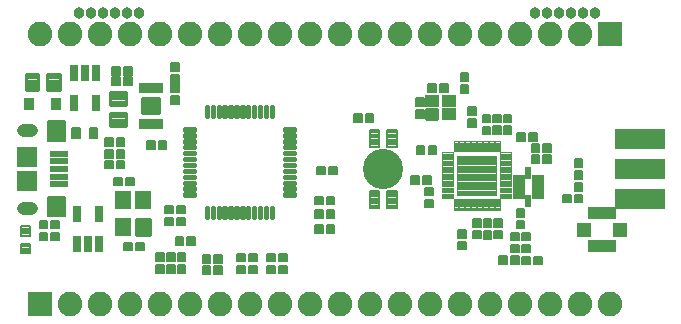
<source format=gts>
G75*
%MOIN*%
%OFA0B0*%
%FSLAX24Y24*%
%IPPOS*%
%LPD*%
%AMOC8*
5,1,8,0,0,1.08239X$1,22.5*
%
%ADD10C,0.0380*%
%ADD11C,0.0063*%
%ADD12R,0.0454X0.0415*%
%ADD13C,0.0124*%
%ADD14C,0.0038*%
%ADD15C,0.0039*%
%ADD16C,0.0134*%
%ADD17R,0.0550X0.0630*%
%ADD18C,0.0165*%
%ADD19R,0.0297X0.0552*%
%ADD20R,0.0328X0.0407*%
%ADD21C,0.0107*%
%ADD22R,0.0395X0.0198*%
%ADD23R,0.0198X0.0395*%
%ADD24C,0.0079*%
%ADD25R,0.0820X0.0820*%
%ADD26C,0.0820*%
%ADD27R,0.0946X0.0415*%
%ADD28R,0.0493X0.0474*%
%ADD29C,0.1340*%
%ADD30C,0.0123*%
%ADD31R,0.0198X0.0375*%
%ADD32R,0.0611X0.0237*%
%ADD33R,0.0690X0.0671*%
%ADD34C,0.0434*%
%ADD35C,0.0063*%
%ADD36R,0.1680X0.0680*%
D10*
X011245Y013215D03*
X011645Y013215D03*
X012045Y013215D03*
X012445Y013215D03*
X012845Y013215D03*
X013245Y013215D03*
X026445Y013215D03*
X026845Y013215D03*
X027245Y013215D03*
X027645Y013215D03*
X028045Y013215D03*
X028445Y013215D03*
D11*
X024232Y011209D02*
X024232Y010955D01*
X023978Y010955D01*
X023978Y011209D01*
X024232Y011209D01*
X024232Y011017D02*
X023978Y011017D01*
X023978Y011079D02*
X024232Y011079D01*
X024232Y011141D02*
X023978Y011141D01*
X023978Y011203D02*
X024232Y011203D01*
X024232Y010815D02*
X024232Y010561D01*
X023978Y010561D01*
X023978Y010815D01*
X024232Y010815D01*
X024232Y010623D02*
X023978Y010623D01*
X023978Y010685D02*
X024232Y010685D01*
X024232Y010747D02*
X023978Y010747D01*
X023978Y010809D02*
X024232Y010809D01*
X023539Y010832D02*
X023285Y010832D01*
X023539Y010832D02*
X023539Y010578D01*
X023285Y010578D01*
X023285Y010832D01*
X023285Y010640D02*
X023539Y010640D01*
X023539Y010702D02*
X023285Y010702D01*
X023285Y010764D02*
X023539Y010764D01*
X023539Y010826D02*
X023285Y010826D01*
X023145Y010832D02*
X022891Y010832D01*
X023145Y010832D02*
X023145Y010578D01*
X022891Y010578D01*
X022891Y010832D01*
X022891Y010640D02*
X023145Y010640D01*
X023145Y010702D02*
X022891Y010702D01*
X022891Y010764D02*
X023145Y010764D01*
X023145Y010826D02*
X022891Y010826D01*
X022752Y010369D02*
X022752Y010115D01*
X022498Y010115D01*
X022498Y010369D01*
X022752Y010369D01*
X022752Y010177D02*
X022498Y010177D01*
X022498Y010239D02*
X022752Y010239D01*
X022752Y010301D02*
X022498Y010301D01*
X022498Y010363D02*
X022752Y010363D01*
X022752Y009975D02*
X022752Y009721D01*
X022498Y009721D01*
X022498Y009975D01*
X022752Y009975D01*
X022752Y009783D02*
X022498Y009783D01*
X022498Y009845D02*
X022752Y009845D01*
X022752Y009907D02*
X022498Y009907D01*
X022498Y009969D02*
X022752Y009969D01*
X024482Y010069D02*
X024482Y009815D01*
X024228Y009815D01*
X024228Y010069D01*
X024482Y010069D01*
X024482Y009877D02*
X024228Y009877D01*
X024228Y009939D02*
X024482Y009939D01*
X024482Y010001D02*
X024228Y010001D01*
X024228Y010063D02*
X024482Y010063D01*
X024962Y009819D02*
X024962Y009565D01*
X024708Y009565D01*
X024708Y009819D01*
X024962Y009819D01*
X024962Y009627D02*
X024708Y009627D01*
X024708Y009689D02*
X024962Y009689D01*
X024962Y009751D02*
X024708Y009751D01*
X024708Y009813D02*
X024962Y009813D01*
X025322Y009829D02*
X025322Y009575D01*
X025068Y009575D01*
X025068Y009829D01*
X025322Y009829D01*
X025322Y009637D02*
X025068Y009637D01*
X025068Y009699D02*
X025322Y009699D01*
X025322Y009761D02*
X025068Y009761D01*
X025068Y009823D02*
X025322Y009823D01*
X025662Y009829D02*
X025662Y009575D01*
X025408Y009575D01*
X025408Y009829D01*
X025662Y009829D01*
X025662Y009637D02*
X025408Y009637D01*
X025408Y009699D02*
X025662Y009699D01*
X025662Y009761D02*
X025408Y009761D01*
X025408Y009823D02*
X025662Y009823D01*
X025662Y009435D02*
X025662Y009181D01*
X025408Y009181D01*
X025408Y009435D01*
X025662Y009435D01*
X025662Y009243D02*
X025408Y009243D01*
X025408Y009305D02*
X025662Y009305D01*
X025662Y009367D02*
X025408Y009367D01*
X025408Y009429D02*
X025662Y009429D01*
X025322Y009435D02*
X025322Y009181D01*
X025068Y009181D01*
X025068Y009435D01*
X025322Y009435D01*
X025322Y009243D02*
X025068Y009243D01*
X025068Y009305D02*
X025322Y009305D01*
X025322Y009367D02*
X025068Y009367D01*
X025068Y009429D02*
X025322Y009429D01*
X024962Y009425D02*
X024962Y009171D01*
X024708Y009171D01*
X024708Y009425D01*
X024962Y009425D01*
X024962Y009233D02*
X024708Y009233D01*
X024708Y009295D02*
X024962Y009295D01*
X024962Y009357D02*
X024708Y009357D01*
X024708Y009419D02*
X024962Y009419D01*
X024482Y009421D02*
X024482Y009675D01*
X024482Y009421D02*
X024228Y009421D01*
X024228Y009675D01*
X024482Y009675D01*
X024482Y009483D02*
X024228Y009483D01*
X024228Y009545D02*
X024482Y009545D01*
X024482Y009607D02*
X024228Y009607D01*
X024228Y009669D02*
X024482Y009669D01*
X025861Y008948D02*
X026115Y008948D01*
X025861Y008948D02*
X025861Y009202D01*
X026115Y009202D01*
X026115Y008948D01*
X026115Y009010D02*
X025861Y009010D01*
X025861Y009072D02*
X026115Y009072D01*
X026115Y009134D02*
X025861Y009134D01*
X025861Y009196D02*
X026115Y009196D01*
X026255Y008948D02*
X026509Y008948D01*
X026255Y008948D02*
X026255Y009202D01*
X026509Y009202D01*
X026509Y008948D01*
X026509Y009010D02*
X026255Y009010D01*
X026255Y009072D02*
X026509Y009072D01*
X026509Y009134D02*
X026255Y009134D01*
X026255Y009196D02*
X026509Y009196D01*
X026595Y008588D02*
X026341Y008588D01*
X026341Y008842D01*
X026595Y008842D01*
X026595Y008588D01*
X026595Y008650D02*
X026341Y008650D01*
X026341Y008712D02*
X026595Y008712D01*
X026595Y008774D02*
X026341Y008774D01*
X026341Y008836D02*
X026595Y008836D01*
X026735Y008588D02*
X026989Y008588D01*
X026735Y008588D02*
X026735Y008842D01*
X026989Y008842D01*
X026989Y008588D01*
X026989Y008650D02*
X026735Y008650D01*
X026735Y008712D02*
X026989Y008712D01*
X026989Y008774D02*
X026735Y008774D01*
X026735Y008836D02*
X026989Y008836D01*
X026989Y008218D02*
X026735Y008218D01*
X026735Y008472D01*
X026989Y008472D01*
X026989Y008218D01*
X026989Y008280D02*
X026735Y008280D01*
X026735Y008342D02*
X026989Y008342D01*
X026989Y008404D02*
X026735Y008404D01*
X026735Y008466D02*
X026989Y008466D01*
X026595Y008218D02*
X026341Y008218D01*
X026341Y008472D01*
X026595Y008472D01*
X026595Y008218D01*
X026595Y008280D02*
X026341Y008280D01*
X026341Y008342D02*
X026595Y008342D01*
X026595Y008404D02*
X026341Y008404D01*
X026341Y008466D02*
X026595Y008466D01*
X027779Y008333D02*
X027779Y008079D01*
X027779Y008333D02*
X028033Y008333D01*
X028033Y008079D01*
X027779Y008079D01*
X027779Y008141D02*
X028033Y008141D01*
X028033Y008203D02*
X027779Y008203D01*
X027779Y008265D02*
X028033Y008265D01*
X028033Y008327D02*
X027779Y008327D01*
X027779Y007939D02*
X027779Y007685D01*
X027779Y007939D02*
X028033Y007939D01*
X028033Y007685D01*
X027779Y007685D01*
X027779Y007747D02*
X028033Y007747D01*
X028033Y007809D02*
X027779Y007809D01*
X027779Y007871D02*
X028033Y007871D01*
X028033Y007933D02*
X027779Y007933D01*
X028032Y007933D02*
X028032Y007679D01*
X027778Y007679D01*
X027778Y007933D01*
X028032Y007933D01*
X028032Y007741D02*
X027778Y007741D01*
X027778Y007803D02*
X028032Y007803D01*
X028032Y007865D02*
X027778Y007865D01*
X027778Y007927D02*
X028032Y007927D01*
X027778Y007546D02*
X027778Y007292D01*
X027778Y007546D02*
X028032Y007546D01*
X028032Y007292D01*
X027778Y007292D01*
X027778Y007354D02*
X028032Y007354D01*
X028032Y007416D02*
X027778Y007416D01*
X027778Y007478D02*
X028032Y007478D01*
X028032Y007540D02*
X027778Y007540D01*
X028032Y007540D02*
X028032Y007286D01*
X027778Y007286D01*
X027778Y007540D01*
X028032Y007540D01*
X028032Y007348D02*
X027778Y007348D01*
X027778Y007410D02*
X028032Y007410D01*
X028032Y007472D02*
X027778Y007472D01*
X027778Y007534D02*
X028032Y007534D01*
X027778Y007152D02*
X027778Y006898D01*
X027778Y007152D02*
X028032Y007152D01*
X028032Y006898D01*
X027778Y006898D01*
X027778Y006960D02*
X028032Y006960D01*
X028032Y007022D02*
X027778Y007022D01*
X027778Y007084D02*
X028032Y007084D01*
X028032Y007146D02*
X027778Y007146D01*
X027777Y006898D02*
X028031Y006898D01*
X027777Y006898D02*
X027777Y007152D01*
X028031Y007152D01*
X028031Y006898D01*
X028031Y006960D02*
X027777Y006960D01*
X027777Y007022D02*
X028031Y007022D01*
X028031Y007084D02*
X027777Y007084D01*
X027777Y007146D02*
X028031Y007146D01*
X027637Y006898D02*
X027383Y006898D01*
X027383Y007152D01*
X027637Y007152D01*
X027637Y006898D01*
X027637Y006960D02*
X027383Y006960D01*
X027383Y007022D02*
X027637Y007022D01*
X027637Y007084D02*
X027383Y007084D01*
X027383Y007146D02*
X027637Y007146D01*
X025848Y006679D02*
X025848Y006425D01*
X025848Y006679D02*
X026102Y006679D01*
X026102Y006425D01*
X025848Y006425D01*
X025848Y006487D02*
X026102Y006487D01*
X026102Y006549D02*
X025848Y006549D01*
X025848Y006611D02*
X026102Y006611D01*
X026102Y006673D02*
X025848Y006673D01*
X025098Y006349D02*
X025098Y006095D01*
X025098Y006349D02*
X025352Y006349D01*
X025352Y006095D01*
X025098Y006095D01*
X025098Y006157D02*
X025352Y006157D01*
X025352Y006219D02*
X025098Y006219D01*
X025098Y006281D02*
X025352Y006281D01*
X025352Y006343D02*
X025098Y006343D01*
X024992Y006339D02*
X024992Y006085D01*
X024738Y006085D01*
X024738Y006339D01*
X024992Y006339D01*
X024992Y006147D02*
X024738Y006147D01*
X024738Y006209D02*
X024992Y006209D01*
X024992Y006271D02*
X024738Y006271D01*
X024738Y006333D02*
X024992Y006333D01*
X024398Y006349D02*
X024398Y006095D01*
X024398Y006349D02*
X024652Y006349D01*
X024652Y006095D01*
X024398Y006095D01*
X024398Y006157D02*
X024652Y006157D01*
X024652Y006219D02*
X024398Y006219D01*
X024398Y006281D02*
X024652Y006281D01*
X024652Y006343D02*
X024398Y006343D01*
X024398Y005955D02*
X024398Y005701D01*
X024398Y005955D02*
X024652Y005955D01*
X024652Y005701D01*
X024398Y005701D01*
X024398Y005763D02*
X024652Y005763D01*
X024652Y005825D02*
X024398Y005825D01*
X024398Y005887D02*
X024652Y005887D01*
X024652Y005949D02*
X024398Y005949D01*
X023888Y005979D02*
X023888Y005725D01*
X023888Y005979D02*
X024142Y005979D01*
X024142Y005725D01*
X023888Y005725D01*
X023888Y005787D02*
X024142Y005787D01*
X024142Y005849D02*
X023888Y005849D01*
X023888Y005911D02*
X024142Y005911D01*
X024142Y005973D02*
X023888Y005973D01*
X023888Y005585D02*
X023888Y005331D01*
X023888Y005585D02*
X024142Y005585D01*
X024142Y005331D01*
X023888Y005331D01*
X023888Y005393D02*
X024142Y005393D01*
X024142Y005455D02*
X023888Y005455D01*
X023888Y005517D02*
X024142Y005517D01*
X024142Y005579D02*
X023888Y005579D01*
X024992Y005691D02*
X024992Y005945D01*
X024992Y005691D02*
X024738Y005691D01*
X024738Y005945D01*
X024992Y005945D01*
X024992Y005753D02*
X024738Y005753D01*
X024738Y005815D02*
X024992Y005815D01*
X024992Y005877D02*
X024738Y005877D01*
X024738Y005939D02*
X024992Y005939D01*
X025098Y005955D02*
X025098Y005701D01*
X025098Y005955D02*
X025352Y005955D01*
X025352Y005701D01*
X025098Y005701D01*
X025098Y005763D02*
X025352Y005763D01*
X025352Y005825D02*
X025098Y005825D01*
X025098Y005887D02*
X025352Y005887D01*
X025352Y005949D02*
X025098Y005949D01*
X025912Y005889D02*
X025912Y005635D01*
X025658Y005635D01*
X025658Y005889D01*
X025912Y005889D01*
X025912Y005697D02*
X025658Y005697D01*
X025658Y005759D02*
X025912Y005759D01*
X025912Y005821D02*
X025658Y005821D01*
X025658Y005883D02*
X025912Y005883D01*
X026018Y005889D02*
X026018Y005635D01*
X026018Y005889D02*
X026272Y005889D01*
X026272Y005635D01*
X026018Y005635D01*
X026018Y005697D02*
X026272Y005697D01*
X026272Y005759D02*
X026018Y005759D01*
X026018Y005821D02*
X026272Y005821D01*
X026272Y005883D02*
X026018Y005883D01*
X025848Y006031D02*
X025848Y006285D01*
X026102Y006285D01*
X026102Y006031D01*
X025848Y006031D01*
X025848Y006093D02*
X026102Y006093D01*
X026102Y006155D02*
X025848Y006155D01*
X025848Y006217D02*
X026102Y006217D01*
X026102Y006279D02*
X025848Y006279D01*
X025912Y005495D02*
X025912Y005241D01*
X025658Y005241D01*
X025658Y005495D01*
X025912Y005495D01*
X025912Y005303D02*
X025658Y005303D01*
X025658Y005365D02*
X025912Y005365D01*
X025912Y005427D02*
X025658Y005427D01*
X025658Y005489D02*
X025912Y005489D01*
X026018Y005495D02*
X026018Y005241D01*
X026018Y005495D02*
X026272Y005495D01*
X026272Y005241D01*
X026018Y005241D01*
X026018Y005303D02*
X026272Y005303D01*
X026272Y005365D02*
X026018Y005365D01*
X026018Y005427D02*
X026272Y005427D01*
X026272Y005489D02*
X026018Y005489D01*
X026031Y004838D02*
X026285Y004838D01*
X026031Y004838D02*
X026031Y005092D01*
X026285Y005092D01*
X026285Y004838D01*
X026285Y004900D02*
X026031Y004900D01*
X026031Y004962D02*
X026285Y004962D01*
X026285Y005024D02*
X026031Y005024D01*
X026031Y005086D02*
X026285Y005086D01*
X026425Y004838D02*
X026679Y004838D01*
X026425Y004838D02*
X026425Y005092D01*
X026679Y005092D01*
X026679Y004838D01*
X026679Y004900D02*
X026425Y004900D01*
X026425Y004962D02*
X026679Y004962D01*
X026679Y005024D02*
X026425Y005024D01*
X026425Y005086D02*
X026679Y005086D01*
X025909Y005102D02*
X025655Y005102D01*
X025909Y005102D02*
X025909Y004848D01*
X025655Y004848D01*
X025655Y005102D01*
X025655Y004910D02*
X025909Y004910D01*
X025909Y004972D02*
X025655Y004972D01*
X025655Y005034D02*
X025909Y005034D01*
X025909Y005096D02*
X025655Y005096D01*
X025515Y005102D02*
X025261Y005102D01*
X025515Y005102D02*
X025515Y004848D01*
X025261Y004848D01*
X025261Y005102D01*
X025261Y004910D02*
X025515Y004910D01*
X025515Y004972D02*
X025261Y004972D01*
X025261Y005034D02*
X025515Y005034D01*
X025515Y005096D02*
X025261Y005096D01*
X022788Y006741D02*
X022788Y006995D01*
X023042Y006995D01*
X023042Y006741D01*
X022788Y006741D01*
X022788Y006803D02*
X023042Y006803D01*
X023042Y006865D02*
X022788Y006865D01*
X022788Y006927D02*
X023042Y006927D01*
X023042Y006989D02*
X022788Y006989D01*
X022788Y007135D02*
X022788Y007389D01*
X023042Y007389D01*
X023042Y007135D01*
X022788Y007135D01*
X022788Y007197D02*
X023042Y007197D01*
X023042Y007259D02*
X022788Y007259D01*
X022788Y007321D02*
X023042Y007321D01*
X023042Y007383D02*
X022788Y007383D01*
X022725Y007773D02*
X022979Y007773D01*
X022979Y007519D01*
X022725Y007519D01*
X022725Y007773D01*
X022725Y007581D02*
X022979Y007581D01*
X022979Y007643D02*
X022725Y007643D01*
X022725Y007705D02*
X022979Y007705D01*
X022979Y007767D02*
X022725Y007767D01*
X022586Y007773D02*
X022332Y007773D01*
X022586Y007773D02*
X022586Y007519D01*
X022332Y007519D01*
X022332Y007773D01*
X022332Y007581D02*
X022586Y007581D01*
X022586Y007643D02*
X022332Y007643D01*
X022332Y007705D02*
X022586Y007705D01*
X022586Y007767D02*
X022332Y007767D01*
X022511Y008782D02*
X022765Y008782D01*
X022765Y008528D01*
X022511Y008528D01*
X022511Y008782D01*
X022511Y008590D02*
X022765Y008590D01*
X022765Y008652D02*
X022511Y008652D01*
X022511Y008714D02*
X022765Y008714D01*
X022765Y008776D02*
X022511Y008776D01*
X022905Y008782D02*
X023159Y008782D01*
X023159Y008528D01*
X022905Y008528D01*
X022905Y008782D01*
X022905Y008590D02*
X023159Y008590D01*
X023159Y008652D02*
X022905Y008652D01*
X022905Y008714D02*
X023159Y008714D01*
X023159Y008776D02*
X022905Y008776D01*
X021069Y009842D02*
X020815Y009842D01*
X021069Y009842D02*
X021069Y009588D01*
X020815Y009588D01*
X020815Y009842D01*
X020815Y009650D02*
X021069Y009650D01*
X021069Y009712D02*
X020815Y009712D01*
X020815Y009774D02*
X021069Y009774D01*
X021069Y009836D02*
X020815Y009836D01*
X020675Y009842D02*
X020421Y009842D01*
X020675Y009842D02*
X020675Y009588D01*
X020421Y009588D01*
X020421Y009842D01*
X020421Y009650D02*
X020675Y009650D01*
X020675Y009712D02*
X020421Y009712D01*
X020421Y009774D02*
X020675Y009774D01*
X020675Y009836D02*
X020421Y009836D01*
X019850Y007835D02*
X019596Y007835D01*
X019596Y008089D01*
X019850Y008089D01*
X019850Y007835D01*
X019850Y007897D02*
X019596Y007897D01*
X019596Y007959D02*
X019850Y007959D01*
X019850Y008021D02*
X019596Y008021D01*
X019596Y008083D02*
X019850Y008083D01*
X019456Y007835D02*
X019202Y007835D01*
X019202Y008089D01*
X019456Y008089D01*
X019456Y007835D01*
X019456Y007897D02*
X019202Y007897D01*
X019202Y007959D02*
X019456Y007959D01*
X019456Y008021D02*
X019202Y008021D01*
X019202Y008083D02*
X019456Y008083D01*
X019515Y007092D02*
X019769Y007092D01*
X019769Y006838D01*
X019515Y006838D01*
X019515Y007092D01*
X019515Y006900D02*
X019769Y006900D01*
X019769Y006962D02*
X019515Y006962D01*
X019515Y007024D02*
X019769Y007024D01*
X019769Y007086D02*
X019515Y007086D01*
X019375Y007092D02*
X019121Y007092D01*
X019375Y007092D02*
X019375Y006838D01*
X019121Y006838D01*
X019121Y007092D01*
X019121Y006900D02*
X019375Y006900D01*
X019375Y006962D02*
X019121Y006962D01*
X019121Y007024D02*
X019375Y007024D01*
X019375Y007086D02*
X019121Y007086D01*
X019122Y006641D02*
X019376Y006641D01*
X019376Y006387D01*
X019122Y006387D01*
X019122Y006641D01*
X019122Y006449D02*
X019376Y006449D01*
X019376Y006511D02*
X019122Y006511D01*
X019122Y006573D02*
X019376Y006573D01*
X019376Y006635D02*
X019122Y006635D01*
X019516Y006641D02*
X019770Y006641D01*
X019770Y006387D01*
X019516Y006387D01*
X019516Y006641D01*
X019516Y006449D02*
X019770Y006449D01*
X019770Y006511D02*
X019516Y006511D01*
X019516Y006573D02*
X019770Y006573D01*
X019770Y006635D02*
X019516Y006635D01*
X019515Y006142D02*
X019769Y006142D01*
X019769Y005888D01*
X019515Y005888D01*
X019515Y006142D01*
X019515Y005950D02*
X019769Y005950D01*
X019769Y006012D02*
X019515Y006012D01*
X019515Y006074D02*
X019769Y006074D01*
X019769Y006136D02*
X019515Y006136D01*
X019375Y006142D02*
X019121Y006142D01*
X019375Y006142D02*
X019375Y005888D01*
X019121Y005888D01*
X019121Y006142D01*
X019121Y005950D02*
X019375Y005950D01*
X019375Y006012D02*
X019121Y006012D01*
X019121Y006074D02*
X019375Y006074D01*
X019375Y006136D02*
X019121Y006136D01*
X017918Y005189D02*
X017918Y004935D01*
X017918Y005189D02*
X018172Y005189D01*
X018172Y004935D01*
X017918Y004935D01*
X017918Y004997D02*
X018172Y004997D01*
X018172Y005059D02*
X017918Y005059D01*
X017918Y005121D02*
X018172Y005121D01*
X018172Y005183D02*
X017918Y005183D01*
X017518Y005189D02*
X017518Y004935D01*
X017518Y005189D02*
X017772Y005189D01*
X017772Y004935D01*
X017518Y004935D01*
X017518Y004997D02*
X017772Y004997D01*
X017772Y005059D02*
X017518Y005059D01*
X017518Y005121D02*
X017772Y005121D01*
X017772Y005183D02*
X017518Y005183D01*
X017172Y005189D02*
X017172Y004935D01*
X016918Y004935D01*
X016918Y005189D01*
X017172Y005189D01*
X017172Y004997D02*
X016918Y004997D01*
X016918Y005059D02*
X017172Y005059D01*
X017172Y005121D02*
X016918Y005121D01*
X016918Y005183D02*
X017172Y005183D01*
X016518Y005189D02*
X016518Y004935D01*
X016518Y005189D02*
X016772Y005189D01*
X016772Y004935D01*
X016518Y004935D01*
X016518Y004997D02*
X016772Y004997D01*
X016772Y005059D02*
X016518Y005059D01*
X016518Y005121D02*
X016772Y005121D01*
X016772Y005183D02*
X016518Y005183D01*
X016019Y004888D02*
X015765Y004888D01*
X015765Y005142D01*
X016019Y005142D01*
X016019Y004888D01*
X016019Y004950D02*
X015765Y004950D01*
X015765Y005012D02*
X016019Y005012D01*
X016019Y005074D02*
X015765Y005074D01*
X015765Y005136D02*
X016019Y005136D01*
X015625Y004888D02*
X015371Y004888D01*
X015371Y005142D01*
X015625Y005142D01*
X015625Y004888D01*
X015625Y004950D02*
X015371Y004950D01*
X015371Y005012D02*
X015625Y005012D01*
X015625Y005074D02*
X015371Y005074D01*
X015371Y005136D02*
X015625Y005136D01*
X015625Y004772D02*
X015371Y004772D01*
X015625Y004772D02*
X015625Y004518D01*
X015371Y004518D01*
X015371Y004772D01*
X015371Y004580D02*
X015625Y004580D01*
X015625Y004642D02*
X015371Y004642D01*
X015371Y004704D02*
X015625Y004704D01*
X015625Y004766D02*
X015371Y004766D01*
X015765Y004772D02*
X016019Y004772D01*
X016019Y004518D01*
X015765Y004518D01*
X015765Y004772D01*
X015765Y004580D02*
X016019Y004580D01*
X016019Y004642D02*
X015765Y004642D01*
X015765Y004704D02*
X016019Y004704D01*
X016019Y004766D02*
X015765Y004766D01*
X016518Y004795D02*
X016518Y004541D01*
X016518Y004795D02*
X016772Y004795D01*
X016772Y004541D01*
X016518Y004541D01*
X016518Y004603D02*
X016772Y004603D01*
X016772Y004665D02*
X016518Y004665D01*
X016518Y004727D02*
X016772Y004727D01*
X016772Y004789D02*
X016518Y004789D01*
X017172Y004795D02*
X017172Y004541D01*
X016918Y004541D01*
X016918Y004795D01*
X017172Y004795D01*
X017172Y004603D02*
X016918Y004603D01*
X016918Y004665D02*
X017172Y004665D01*
X017172Y004727D02*
X016918Y004727D01*
X016918Y004789D02*
X017172Y004789D01*
X017518Y004795D02*
X017518Y004541D01*
X017518Y004795D02*
X017772Y004795D01*
X017772Y004541D01*
X017518Y004541D01*
X017518Y004603D02*
X017772Y004603D01*
X017772Y004665D02*
X017518Y004665D01*
X017518Y004727D02*
X017772Y004727D01*
X017772Y004789D02*
X017518Y004789D01*
X017918Y004795D02*
X017918Y004541D01*
X017918Y004795D02*
X018172Y004795D01*
X018172Y004541D01*
X017918Y004541D01*
X017918Y004603D02*
X018172Y004603D01*
X018172Y004665D02*
X017918Y004665D01*
X017918Y004727D02*
X018172Y004727D01*
X018172Y004789D02*
X017918Y004789D01*
X015119Y005488D02*
X014865Y005488D01*
X014865Y005742D01*
X015119Y005742D01*
X015119Y005488D01*
X015119Y005550D02*
X014865Y005550D01*
X014865Y005612D02*
X015119Y005612D01*
X015119Y005674D02*
X014865Y005674D01*
X014865Y005736D02*
X015119Y005736D01*
X014725Y005488D02*
X014471Y005488D01*
X014471Y005742D01*
X014725Y005742D01*
X014725Y005488D01*
X014725Y005550D02*
X014471Y005550D01*
X014471Y005612D02*
X014725Y005612D01*
X014725Y005674D02*
X014471Y005674D01*
X014471Y005736D02*
X014725Y005736D01*
X014518Y006141D02*
X014518Y006395D01*
X014772Y006395D01*
X014772Y006141D01*
X014518Y006141D01*
X014518Y006203D02*
X014772Y006203D01*
X014772Y006265D02*
X014518Y006265D01*
X014518Y006327D02*
X014772Y006327D01*
X014772Y006389D02*
X014518Y006389D01*
X014125Y006395D02*
X014125Y006141D01*
X014125Y006395D02*
X014379Y006395D01*
X014379Y006141D01*
X014125Y006141D01*
X014125Y006203D02*
X014379Y006203D01*
X014379Y006265D02*
X014125Y006265D01*
X014125Y006327D02*
X014379Y006327D01*
X014379Y006389D02*
X014125Y006389D01*
X014125Y006535D02*
X014125Y006789D01*
X014379Y006789D01*
X014379Y006535D01*
X014125Y006535D01*
X014125Y006597D02*
X014379Y006597D01*
X014379Y006659D02*
X014125Y006659D01*
X014125Y006721D02*
X014379Y006721D01*
X014379Y006783D02*
X014125Y006783D01*
X014518Y006789D02*
X014518Y006535D01*
X014518Y006789D02*
X014772Y006789D01*
X014772Y006535D01*
X014518Y006535D01*
X014518Y006597D02*
X014772Y006597D01*
X014772Y006659D02*
X014518Y006659D01*
X014518Y006721D02*
X014772Y006721D01*
X014772Y006783D02*
X014518Y006783D01*
X013072Y007474D02*
X012818Y007474D01*
X012818Y007728D01*
X013072Y007728D01*
X013072Y007474D01*
X013072Y007536D02*
X012818Y007536D01*
X012818Y007598D02*
X013072Y007598D01*
X013072Y007660D02*
X012818Y007660D01*
X012818Y007722D02*
X013072Y007722D01*
X012679Y007474D02*
X012425Y007474D01*
X012425Y007728D01*
X012679Y007728D01*
X012679Y007474D01*
X012679Y007536D02*
X012425Y007536D01*
X012425Y007598D02*
X012679Y007598D01*
X012679Y007660D02*
X012425Y007660D01*
X012425Y007722D02*
X012679Y007722D01*
X012769Y008038D02*
X012515Y008038D01*
X012515Y008292D01*
X012769Y008292D01*
X012769Y008038D01*
X012769Y008100D02*
X012515Y008100D01*
X012515Y008162D02*
X012769Y008162D01*
X012769Y008224D02*
X012515Y008224D01*
X012515Y008286D02*
X012769Y008286D01*
X012769Y008388D02*
X012515Y008388D01*
X012515Y008642D01*
X012769Y008642D01*
X012769Y008388D01*
X012769Y008450D02*
X012515Y008450D01*
X012515Y008512D02*
X012769Y008512D01*
X012769Y008574D02*
X012515Y008574D01*
X012515Y008636D02*
X012769Y008636D01*
X012769Y009042D02*
X012515Y009042D01*
X012769Y009042D02*
X012769Y008788D01*
X012515Y008788D01*
X012515Y009042D01*
X012515Y008850D02*
X012769Y008850D01*
X012769Y008912D02*
X012515Y008912D01*
X012515Y008974D02*
X012769Y008974D01*
X012769Y009036D02*
X012515Y009036D01*
X012375Y009042D02*
X012121Y009042D01*
X012375Y009042D02*
X012375Y008788D01*
X012121Y008788D01*
X012121Y009042D01*
X012121Y008850D02*
X012375Y008850D01*
X012375Y008912D02*
X012121Y008912D01*
X012121Y008974D02*
X012375Y008974D01*
X012375Y009036D02*
X012121Y009036D01*
X011863Y009381D02*
X011609Y009381D01*
X011863Y009381D02*
X011863Y009049D01*
X011609Y009049D01*
X011609Y009381D01*
X011609Y009111D02*
X011863Y009111D01*
X011863Y009173D02*
X011609Y009173D01*
X011609Y009235D02*
X011863Y009235D01*
X011863Y009297D02*
X011609Y009297D01*
X011609Y009359D02*
X011863Y009359D01*
X011280Y009381D02*
X011026Y009381D01*
X011280Y009381D02*
X011280Y009049D01*
X011026Y009049D01*
X011026Y009381D01*
X011026Y009111D02*
X011280Y009111D01*
X011280Y009173D02*
X011026Y009173D01*
X011026Y009235D02*
X011280Y009235D01*
X011280Y009297D02*
X011026Y009297D01*
X011026Y009359D02*
X011280Y009359D01*
X012121Y008388D02*
X012375Y008388D01*
X012121Y008388D02*
X012121Y008642D01*
X012375Y008642D01*
X012375Y008388D01*
X012375Y008450D02*
X012121Y008450D01*
X012121Y008512D02*
X012375Y008512D01*
X012375Y008574D02*
X012121Y008574D01*
X012121Y008636D02*
X012375Y008636D01*
X012375Y008038D02*
X012121Y008038D01*
X012121Y008292D01*
X012375Y008292D01*
X012375Y008038D01*
X012375Y008100D02*
X012121Y008100D01*
X012121Y008162D02*
X012375Y008162D01*
X012375Y008224D02*
X012121Y008224D01*
X012121Y008286D02*
X012375Y008286D01*
X013521Y008942D02*
X013775Y008942D01*
X013775Y008688D01*
X013521Y008688D01*
X013521Y008942D01*
X013521Y008750D02*
X013775Y008750D01*
X013775Y008812D02*
X013521Y008812D01*
X013521Y008874D02*
X013775Y008874D01*
X013775Y008936D02*
X013521Y008936D01*
X013915Y008942D02*
X014169Y008942D01*
X014169Y008688D01*
X013915Y008688D01*
X013915Y008942D01*
X013915Y008750D02*
X014169Y008750D01*
X014169Y008812D02*
X013915Y008812D01*
X013915Y008874D02*
X014169Y008874D01*
X014169Y008936D02*
X013915Y008936D01*
X014318Y010191D02*
X014318Y010445D01*
X014572Y010445D01*
X014572Y010191D01*
X014318Y010191D01*
X014318Y010253D02*
X014572Y010253D01*
X014572Y010315D02*
X014318Y010315D01*
X014318Y010377D02*
X014572Y010377D01*
X014572Y010439D02*
X014318Y010439D01*
X014318Y010585D02*
X014318Y010839D01*
X014572Y010839D01*
X014572Y010585D01*
X014318Y010585D01*
X014318Y010647D02*
X014572Y010647D01*
X014572Y010709D02*
X014318Y010709D01*
X014318Y010771D02*
X014572Y010771D01*
X014572Y010833D02*
X014318Y010833D01*
X014318Y010891D02*
X014318Y011145D01*
X014572Y011145D01*
X014572Y010891D01*
X014318Y010891D01*
X014318Y010953D02*
X014572Y010953D01*
X014572Y011015D02*
X014318Y011015D01*
X014318Y011077D02*
X014572Y011077D01*
X014572Y011139D02*
X014318Y011139D01*
X014318Y011285D02*
X014318Y011539D01*
X014572Y011539D01*
X014572Y011285D01*
X014318Y011285D01*
X014318Y011347D02*
X014572Y011347D01*
X014572Y011409D02*
X014318Y011409D01*
X014318Y011471D02*
X014572Y011471D01*
X014572Y011533D02*
X014318Y011533D01*
X013009Y011161D02*
X012755Y011161D01*
X012755Y011415D01*
X013009Y011415D01*
X013009Y011161D01*
X013009Y011223D02*
X012755Y011223D01*
X012755Y011285D02*
X013009Y011285D01*
X013009Y011347D02*
X012755Y011347D01*
X012755Y011409D02*
X013009Y011409D01*
X012615Y011161D02*
X012361Y011161D01*
X012361Y011415D01*
X012615Y011415D01*
X012615Y011161D01*
X012615Y011223D02*
X012361Y011223D01*
X012361Y011285D02*
X012615Y011285D01*
X012615Y011347D02*
X012361Y011347D01*
X012361Y011409D02*
X012615Y011409D01*
X012615Y010813D02*
X012361Y010813D01*
X012361Y011067D01*
X012615Y011067D01*
X012615Y010813D01*
X012615Y010875D02*
X012361Y010875D01*
X012361Y010937D02*
X012615Y010937D01*
X012615Y010999D02*
X012361Y010999D01*
X012361Y011061D02*
X012615Y011061D01*
X012755Y010813D02*
X013009Y010813D01*
X012755Y010813D02*
X012755Y011067D01*
X013009Y011067D01*
X013009Y010813D01*
X013009Y010875D02*
X012755Y010875D01*
X012755Y010937D02*
X013009Y010937D01*
X013009Y010999D02*
X012755Y010999D01*
X012755Y011061D02*
X013009Y011061D01*
X010587Y006293D02*
X010333Y006293D01*
X010587Y006293D02*
X010587Y006039D01*
X010333Y006039D01*
X010333Y006293D01*
X010333Y006101D02*
X010587Y006101D01*
X010587Y006163D02*
X010333Y006163D01*
X010333Y006225D02*
X010587Y006225D01*
X010587Y006287D02*
X010333Y006287D01*
X010194Y006293D02*
X009940Y006293D01*
X010194Y006293D02*
X010194Y006039D01*
X009940Y006039D01*
X009940Y006293D01*
X009940Y006101D02*
X010194Y006101D01*
X010194Y006163D02*
X009940Y006163D01*
X009940Y006225D02*
X010194Y006225D01*
X010194Y006287D02*
X009940Y006287D01*
X009942Y005640D02*
X010196Y005640D01*
X009942Y005640D02*
X009942Y005894D01*
X010196Y005894D01*
X010196Y005640D01*
X010196Y005702D02*
X009942Y005702D01*
X009942Y005764D02*
X010196Y005764D01*
X010196Y005826D02*
X009942Y005826D01*
X009942Y005888D02*
X010196Y005888D01*
X010336Y005640D02*
X010590Y005640D01*
X010336Y005640D02*
X010336Y005894D01*
X010590Y005894D01*
X010590Y005640D01*
X010590Y005702D02*
X010336Y005702D01*
X010336Y005764D02*
X010590Y005764D01*
X010590Y005826D02*
X010336Y005826D01*
X010336Y005888D02*
X010590Y005888D01*
X012770Y005305D02*
X013024Y005305D01*
X012770Y005305D02*
X012770Y005559D01*
X013024Y005559D01*
X013024Y005305D01*
X013024Y005367D02*
X012770Y005367D01*
X012770Y005429D02*
X013024Y005429D01*
X013024Y005491D02*
X012770Y005491D01*
X012770Y005553D02*
X013024Y005553D01*
X013164Y005305D02*
X013418Y005305D01*
X013164Y005305D02*
X013164Y005559D01*
X013418Y005559D01*
X013418Y005305D01*
X013418Y005367D02*
X013164Y005367D01*
X013164Y005429D02*
X013418Y005429D01*
X013418Y005491D02*
X013164Y005491D01*
X013164Y005553D02*
X013418Y005553D01*
X013827Y005203D02*
X013827Y004949D01*
X013827Y005203D02*
X014081Y005203D01*
X014081Y004949D01*
X013827Y004949D01*
X013827Y005011D02*
X014081Y005011D01*
X014081Y005073D02*
X013827Y005073D01*
X013827Y005135D02*
X014081Y005135D01*
X014081Y005197D02*
X013827Y005197D01*
X014193Y005206D02*
X014193Y004952D01*
X014193Y005206D02*
X014447Y005206D01*
X014447Y004952D01*
X014193Y004952D01*
X014193Y005014D02*
X014447Y005014D01*
X014447Y005076D02*
X014193Y005076D01*
X014193Y005138D02*
X014447Y005138D01*
X014447Y005200D02*
X014193Y005200D01*
X014803Y005209D02*
X014803Y004955D01*
X014549Y004955D01*
X014549Y005209D01*
X014803Y005209D01*
X014803Y005017D02*
X014549Y005017D01*
X014549Y005079D02*
X014803Y005079D01*
X014803Y005141D02*
X014549Y005141D01*
X014549Y005203D02*
X014803Y005203D01*
X014803Y004815D02*
X014803Y004561D01*
X014549Y004561D01*
X014549Y004815D01*
X014803Y004815D01*
X014803Y004623D02*
X014549Y004623D01*
X014549Y004685D02*
X014803Y004685D01*
X014803Y004747D02*
X014549Y004747D01*
X014549Y004809D02*
X014803Y004809D01*
X014193Y004812D02*
X014193Y004558D01*
X014193Y004812D02*
X014447Y004812D01*
X014447Y004558D01*
X014193Y004558D01*
X014193Y004620D02*
X014447Y004620D01*
X014447Y004682D02*
X014193Y004682D01*
X014193Y004744D02*
X014447Y004744D01*
X014447Y004806D02*
X014193Y004806D01*
X013827Y004809D02*
X013827Y004555D01*
X013827Y004809D02*
X014081Y004809D01*
X014081Y004555D01*
X013827Y004555D01*
X013827Y004617D02*
X014081Y004617D01*
X014081Y004679D02*
X013827Y004679D01*
X013827Y004741D02*
X014081Y004741D01*
X014081Y004803D02*
X013827Y004803D01*
D12*
X023600Y009839D03*
X023600Y010291D03*
X023029Y010291D03*
D13*
X023194Y009694D02*
X022864Y009694D01*
X022864Y009984D01*
X023194Y009984D01*
X023194Y009694D01*
X023194Y009817D02*
X022864Y009817D01*
X022864Y009940D02*
X023194Y009940D01*
D14*
X023739Y008957D02*
X023739Y008601D01*
X023739Y008957D02*
X023893Y008957D01*
X023893Y008601D01*
X023739Y008601D01*
X023739Y008638D02*
X023893Y008638D01*
X023893Y008675D02*
X023739Y008675D01*
X023739Y008712D02*
X023893Y008712D01*
X023893Y008749D02*
X023739Y008749D01*
X023739Y008786D02*
X023893Y008786D01*
X023893Y008823D02*
X023739Y008823D01*
X023739Y008860D02*
X023893Y008860D01*
X023893Y008897D02*
X023739Y008897D01*
X023739Y008934D02*
X023893Y008934D01*
X023936Y008957D02*
X023936Y008601D01*
X023936Y008957D02*
X024090Y008957D01*
X024090Y008601D01*
X023936Y008601D01*
X023936Y008638D02*
X024090Y008638D01*
X024090Y008675D02*
X023936Y008675D01*
X023936Y008712D02*
X024090Y008712D01*
X024090Y008749D02*
X023936Y008749D01*
X023936Y008786D02*
X024090Y008786D01*
X024090Y008823D02*
X023936Y008823D01*
X023936Y008860D02*
X024090Y008860D01*
X024090Y008897D02*
X023936Y008897D01*
X023936Y008934D02*
X024090Y008934D01*
X024133Y008957D02*
X024133Y008601D01*
X024133Y008957D02*
X024287Y008957D01*
X024287Y008601D01*
X024133Y008601D01*
X024133Y008638D02*
X024287Y008638D01*
X024287Y008675D02*
X024133Y008675D01*
X024133Y008712D02*
X024287Y008712D01*
X024287Y008749D02*
X024133Y008749D01*
X024133Y008786D02*
X024287Y008786D01*
X024287Y008823D02*
X024133Y008823D01*
X024133Y008860D02*
X024287Y008860D01*
X024287Y008897D02*
X024133Y008897D01*
X024133Y008934D02*
X024287Y008934D01*
X024329Y008957D02*
X024329Y008601D01*
X024329Y008957D02*
X024483Y008957D01*
X024483Y008601D01*
X024329Y008601D01*
X024329Y008638D02*
X024483Y008638D01*
X024483Y008675D02*
X024329Y008675D01*
X024329Y008712D02*
X024483Y008712D01*
X024483Y008749D02*
X024329Y008749D01*
X024329Y008786D02*
X024483Y008786D01*
X024483Y008823D02*
X024329Y008823D01*
X024329Y008860D02*
X024483Y008860D01*
X024483Y008897D02*
X024329Y008897D01*
X024329Y008934D02*
X024483Y008934D01*
X024526Y008957D02*
X024526Y008601D01*
X024526Y008957D02*
X024680Y008957D01*
X024680Y008601D01*
X024526Y008601D01*
X024526Y008638D02*
X024680Y008638D01*
X024680Y008675D02*
X024526Y008675D01*
X024526Y008712D02*
X024680Y008712D01*
X024680Y008749D02*
X024526Y008749D01*
X024526Y008786D02*
X024680Y008786D01*
X024680Y008823D02*
X024526Y008823D01*
X024526Y008860D02*
X024680Y008860D01*
X024680Y008897D02*
X024526Y008897D01*
X024526Y008934D02*
X024680Y008934D01*
X024723Y008957D02*
X024723Y008601D01*
X024723Y008957D02*
X024877Y008957D01*
X024877Y008601D01*
X024723Y008601D01*
X024723Y008638D02*
X024877Y008638D01*
X024877Y008675D02*
X024723Y008675D01*
X024723Y008712D02*
X024877Y008712D01*
X024877Y008749D02*
X024723Y008749D01*
X024723Y008786D02*
X024877Y008786D01*
X024877Y008823D02*
X024723Y008823D01*
X024723Y008860D02*
X024877Y008860D01*
X024877Y008897D02*
X024723Y008897D01*
X024723Y008934D02*
X024877Y008934D01*
X024920Y008957D02*
X024920Y008601D01*
X024920Y008957D02*
X025074Y008957D01*
X025074Y008601D01*
X024920Y008601D01*
X024920Y008638D02*
X025074Y008638D01*
X025074Y008675D02*
X024920Y008675D01*
X024920Y008712D02*
X025074Y008712D01*
X025074Y008749D02*
X024920Y008749D01*
X024920Y008786D02*
X025074Y008786D01*
X025074Y008823D02*
X024920Y008823D01*
X024920Y008860D02*
X025074Y008860D01*
X025074Y008897D02*
X024920Y008897D01*
X024920Y008934D02*
X025074Y008934D01*
X025117Y008957D02*
X025117Y008601D01*
X025117Y008957D02*
X025271Y008957D01*
X025271Y008601D01*
X025117Y008601D01*
X025117Y008638D02*
X025271Y008638D01*
X025271Y008675D02*
X025117Y008675D01*
X025117Y008712D02*
X025271Y008712D01*
X025271Y008749D02*
X025117Y008749D01*
X025117Y008786D02*
X025271Y008786D01*
X025271Y008823D02*
X025117Y008823D01*
X025117Y008860D02*
X025271Y008860D01*
X025271Y008897D02*
X025117Y008897D01*
X025117Y008934D02*
X025271Y008934D01*
X025301Y008571D02*
X025657Y008571D01*
X025657Y008417D01*
X025301Y008417D01*
X025301Y008571D01*
X025301Y008454D02*
X025657Y008454D01*
X025657Y008491D02*
X025301Y008491D01*
X025301Y008528D02*
X025657Y008528D01*
X025657Y008565D02*
X025301Y008565D01*
X025301Y008374D02*
X025657Y008374D01*
X025657Y008220D01*
X025301Y008220D01*
X025301Y008374D01*
X025301Y008257D02*
X025657Y008257D01*
X025657Y008294D02*
X025301Y008294D01*
X025301Y008331D02*
X025657Y008331D01*
X025657Y008368D02*
X025301Y008368D01*
X025301Y008177D02*
X025657Y008177D01*
X025657Y008023D01*
X025301Y008023D01*
X025301Y008177D01*
X025301Y008060D02*
X025657Y008060D01*
X025657Y008097D02*
X025301Y008097D01*
X025301Y008134D02*
X025657Y008134D01*
X025657Y008171D02*
X025301Y008171D01*
X025301Y007980D02*
X025657Y007980D01*
X025657Y007826D01*
X025301Y007826D01*
X025301Y007980D01*
X025301Y007863D02*
X025657Y007863D01*
X025657Y007900D02*
X025301Y007900D01*
X025301Y007937D02*
X025657Y007937D01*
X025657Y007974D02*
X025301Y007974D01*
X025301Y007784D02*
X025657Y007784D01*
X025657Y007630D01*
X025301Y007630D01*
X025301Y007784D01*
X025301Y007667D02*
X025657Y007667D01*
X025657Y007704D02*
X025301Y007704D01*
X025301Y007741D02*
X025657Y007741D01*
X025657Y007778D02*
X025301Y007778D01*
X025301Y007587D02*
X025657Y007587D01*
X025657Y007433D01*
X025301Y007433D01*
X025301Y007587D01*
X025301Y007470D02*
X025657Y007470D01*
X025657Y007507D02*
X025301Y007507D01*
X025301Y007544D02*
X025657Y007544D01*
X025657Y007581D02*
X025301Y007581D01*
X025301Y007390D02*
X025657Y007390D01*
X025657Y007236D01*
X025301Y007236D01*
X025301Y007390D01*
X025301Y007273D02*
X025657Y007273D01*
X025657Y007310D02*
X025301Y007310D01*
X025301Y007347D02*
X025657Y007347D01*
X025657Y007384D02*
X025301Y007384D01*
X025301Y007193D02*
X025657Y007193D01*
X025657Y007039D01*
X025301Y007039D01*
X025301Y007193D01*
X025301Y007076D02*
X025657Y007076D01*
X025657Y007113D02*
X025301Y007113D01*
X025301Y007150D02*
X025657Y007150D01*
X025657Y007187D02*
X025301Y007187D01*
X025271Y007009D02*
X025271Y006653D01*
X025117Y006653D01*
X025117Y007009D01*
X025271Y007009D01*
X025271Y006690D02*
X025117Y006690D01*
X025117Y006727D02*
X025271Y006727D01*
X025271Y006764D02*
X025117Y006764D01*
X025117Y006801D02*
X025271Y006801D01*
X025271Y006838D02*
X025117Y006838D01*
X025117Y006875D02*
X025271Y006875D01*
X025271Y006912D02*
X025117Y006912D01*
X025117Y006949D02*
X025271Y006949D01*
X025271Y006986D02*
X025117Y006986D01*
X025074Y007009D02*
X025074Y006653D01*
X024920Y006653D01*
X024920Y007009D01*
X025074Y007009D01*
X025074Y006690D02*
X024920Y006690D01*
X024920Y006727D02*
X025074Y006727D01*
X025074Y006764D02*
X024920Y006764D01*
X024920Y006801D02*
X025074Y006801D01*
X025074Y006838D02*
X024920Y006838D01*
X024920Y006875D02*
X025074Y006875D01*
X025074Y006912D02*
X024920Y006912D01*
X024920Y006949D02*
X025074Y006949D01*
X025074Y006986D02*
X024920Y006986D01*
X024877Y007009D02*
X024877Y006653D01*
X024723Y006653D01*
X024723Y007009D01*
X024877Y007009D01*
X024877Y006690D02*
X024723Y006690D01*
X024723Y006727D02*
X024877Y006727D01*
X024877Y006764D02*
X024723Y006764D01*
X024723Y006801D02*
X024877Y006801D01*
X024877Y006838D02*
X024723Y006838D01*
X024723Y006875D02*
X024877Y006875D01*
X024877Y006912D02*
X024723Y006912D01*
X024723Y006949D02*
X024877Y006949D01*
X024877Y006986D02*
X024723Y006986D01*
X024680Y007009D02*
X024680Y006653D01*
X024526Y006653D01*
X024526Y007009D01*
X024680Y007009D01*
X024680Y006690D02*
X024526Y006690D01*
X024526Y006727D02*
X024680Y006727D01*
X024680Y006764D02*
X024526Y006764D01*
X024526Y006801D02*
X024680Y006801D01*
X024680Y006838D02*
X024526Y006838D01*
X024526Y006875D02*
X024680Y006875D01*
X024680Y006912D02*
X024526Y006912D01*
X024526Y006949D02*
X024680Y006949D01*
X024680Y006986D02*
X024526Y006986D01*
X024483Y007009D02*
X024483Y006653D01*
X024329Y006653D01*
X024329Y007009D01*
X024483Y007009D01*
X024483Y006690D02*
X024329Y006690D01*
X024329Y006727D02*
X024483Y006727D01*
X024483Y006764D02*
X024329Y006764D01*
X024329Y006801D02*
X024483Y006801D01*
X024483Y006838D02*
X024329Y006838D01*
X024329Y006875D02*
X024483Y006875D01*
X024483Y006912D02*
X024329Y006912D01*
X024329Y006949D02*
X024483Y006949D01*
X024483Y006986D02*
X024329Y006986D01*
X024287Y007009D02*
X024287Y006653D01*
X024133Y006653D01*
X024133Y007009D01*
X024287Y007009D01*
X024287Y006690D02*
X024133Y006690D01*
X024133Y006727D02*
X024287Y006727D01*
X024287Y006764D02*
X024133Y006764D01*
X024133Y006801D02*
X024287Y006801D01*
X024287Y006838D02*
X024133Y006838D01*
X024133Y006875D02*
X024287Y006875D01*
X024287Y006912D02*
X024133Y006912D01*
X024133Y006949D02*
X024287Y006949D01*
X024287Y006986D02*
X024133Y006986D01*
X024090Y007009D02*
X024090Y006653D01*
X023936Y006653D01*
X023936Y007009D01*
X024090Y007009D01*
X024090Y006690D02*
X023936Y006690D01*
X023936Y006727D02*
X024090Y006727D01*
X024090Y006764D02*
X023936Y006764D01*
X023936Y006801D02*
X024090Y006801D01*
X024090Y006838D02*
X023936Y006838D01*
X023936Y006875D02*
X024090Y006875D01*
X024090Y006912D02*
X023936Y006912D01*
X023936Y006949D02*
X024090Y006949D01*
X024090Y006986D02*
X023936Y006986D01*
X023893Y007009D02*
X023893Y006653D01*
X023739Y006653D01*
X023739Y007009D01*
X023893Y007009D01*
X023893Y006690D02*
X023739Y006690D01*
X023739Y006727D02*
X023893Y006727D01*
X023893Y006764D02*
X023739Y006764D01*
X023739Y006801D02*
X023893Y006801D01*
X023893Y006838D02*
X023739Y006838D01*
X023739Y006875D02*
X023893Y006875D01*
X023893Y006912D02*
X023739Y006912D01*
X023739Y006949D02*
X023893Y006949D01*
X023893Y006986D02*
X023739Y006986D01*
X023708Y007039D02*
X023352Y007039D01*
X023352Y007193D01*
X023708Y007193D01*
X023708Y007039D01*
X023708Y007076D02*
X023352Y007076D01*
X023352Y007113D02*
X023708Y007113D01*
X023708Y007150D02*
X023352Y007150D01*
X023352Y007187D02*
X023708Y007187D01*
X023708Y007236D02*
X023352Y007236D01*
X023352Y007390D01*
X023708Y007390D01*
X023708Y007236D01*
X023708Y007273D02*
X023352Y007273D01*
X023352Y007310D02*
X023708Y007310D01*
X023708Y007347D02*
X023352Y007347D01*
X023352Y007384D02*
X023708Y007384D01*
X023708Y007433D02*
X023352Y007433D01*
X023352Y007587D01*
X023708Y007587D01*
X023708Y007433D01*
X023708Y007470D02*
X023352Y007470D01*
X023352Y007507D02*
X023708Y007507D01*
X023708Y007544D02*
X023352Y007544D01*
X023352Y007581D02*
X023708Y007581D01*
X023708Y007630D02*
X023352Y007630D01*
X023352Y007784D01*
X023708Y007784D01*
X023708Y007630D01*
X023708Y007667D02*
X023352Y007667D01*
X023352Y007704D02*
X023708Y007704D01*
X023708Y007741D02*
X023352Y007741D01*
X023352Y007778D02*
X023708Y007778D01*
X023708Y007826D02*
X023352Y007826D01*
X023352Y007980D01*
X023708Y007980D01*
X023708Y007826D01*
X023708Y007863D02*
X023352Y007863D01*
X023352Y007900D02*
X023708Y007900D01*
X023708Y007937D02*
X023352Y007937D01*
X023352Y007974D02*
X023708Y007974D01*
X023708Y008023D02*
X023352Y008023D01*
X023352Y008177D01*
X023708Y008177D01*
X023708Y008023D01*
X023708Y008060D02*
X023352Y008060D01*
X023352Y008097D02*
X023708Y008097D01*
X023708Y008134D02*
X023352Y008134D01*
X023352Y008171D02*
X023708Y008171D01*
X023708Y008220D02*
X023352Y008220D01*
X023352Y008374D01*
X023708Y008374D01*
X023708Y008220D01*
X023708Y008257D02*
X023352Y008257D01*
X023352Y008294D02*
X023708Y008294D01*
X023708Y008331D02*
X023352Y008331D01*
X023352Y008368D02*
X023708Y008368D01*
X023708Y008417D02*
X023352Y008417D01*
X023352Y008571D01*
X023708Y008571D01*
X023708Y008417D01*
X023708Y008454D02*
X023352Y008454D01*
X023352Y008491D02*
X023708Y008491D01*
X023708Y008528D02*
X023352Y008528D01*
X023352Y008565D02*
X023708Y008565D01*
D15*
X023861Y008449D02*
X023861Y007161D01*
X025149Y007161D01*
X025149Y008449D01*
X023861Y008449D01*
X023861Y008430D02*
X025149Y008430D01*
X025149Y008393D02*
X023861Y008393D01*
X023861Y008355D02*
X025149Y008355D01*
X025149Y008317D02*
X023861Y008317D01*
X023861Y008279D02*
X025149Y008279D01*
X025149Y008241D02*
X023861Y008241D01*
X023861Y008203D02*
X025149Y008203D01*
X025149Y008165D02*
X023861Y008165D01*
X023861Y008127D02*
X025149Y008127D01*
X025149Y008090D02*
X023861Y008090D01*
X023861Y008052D02*
X025149Y008052D01*
X025149Y008014D02*
X023861Y008014D01*
X023861Y007976D02*
X025149Y007976D01*
X025149Y007938D02*
X023861Y007938D01*
X023861Y007900D02*
X025149Y007900D01*
X025149Y007862D02*
X023861Y007862D01*
X023861Y007825D02*
X025149Y007825D01*
X025149Y007787D02*
X023861Y007787D01*
X023861Y007749D02*
X025149Y007749D01*
X025149Y007711D02*
X023861Y007711D01*
X023861Y007673D02*
X025149Y007673D01*
X025149Y007635D02*
X023861Y007635D01*
X023861Y007597D02*
X025149Y007597D01*
X025149Y007559D02*
X023861Y007559D01*
X023861Y007522D02*
X025149Y007522D01*
X025149Y007484D02*
X023861Y007484D01*
X023861Y007446D02*
X025149Y007446D01*
X025149Y007408D02*
X023861Y007408D01*
X023861Y007370D02*
X025149Y007370D01*
X025149Y007332D02*
X023861Y007332D01*
X023861Y007294D02*
X025149Y007294D01*
X025149Y007256D02*
X023861Y007256D01*
X023861Y007219D02*
X025149Y007219D01*
X025149Y007181D02*
X023861Y007181D01*
D16*
X018460Y007125D02*
X018120Y007125D01*
X018120Y007169D01*
X018460Y007169D01*
X018460Y007125D01*
X018460Y007322D02*
X018120Y007322D01*
X018120Y007366D01*
X018460Y007366D01*
X018460Y007322D01*
X018460Y007518D02*
X018120Y007518D01*
X018120Y007562D01*
X018460Y007562D01*
X018460Y007518D01*
X018460Y007715D02*
X018120Y007715D01*
X018120Y007759D01*
X018460Y007759D01*
X018460Y007715D01*
X018460Y007912D02*
X018120Y007912D01*
X018120Y007956D01*
X018460Y007956D01*
X018460Y007912D01*
X018460Y008109D02*
X018120Y008109D01*
X018120Y008153D01*
X018460Y008153D01*
X018460Y008109D01*
X018460Y008306D02*
X018120Y008306D01*
X018120Y008350D01*
X018460Y008350D01*
X018460Y008306D01*
X018460Y008503D02*
X018120Y008503D01*
X018120Y008547D01*
X018460Y008547D01*
X018460Y008503D01*
X018460Y008700D02*
X018120Y008700D01*
X018120Y008744D01*
X018460Y008744D01*
X018460Y008700D01*
X018460Y008896D02*
X018120Y008896D01*
X018120Y008940D01*
X018460Y008940D01*
X018460Y008896D01*
X018460Y009093D02*
X018120Y009093D01*
X018120Y009137D01*
X018460Y009137D01*
X018460Y009093D01*
X018460Y009290D02*
X018120Y009290D01*
X018120Y009334D01*
X018460Y009334D01*
X018460Y009290D01*
X017721Y009733D02*
X017677Y009733D01*
X017677Y010073D01*
X017721Y010073D01*
X017721Y009733D01*
X017721Y009866D02*
X017677Y009866D01*
X017677Y009999D02*
X017721Y009999D01*
X017524Y009733D02*
X017480Y009733D01*
X017480Y010073D01*
X017524Y010073D01*
X017524Y009733D01*
X017524Y009866D02*
X017480Y009866D01*
X017480Y009999D02*
X017524Y009999D01*
X017327Y009733D02*
X017283Y009733D01*
X017283Y010073D01*
X017327Y010073D01*
X017327Y009733D01*
X017327Y009866D02*
X017283Y009866D01*
X017283Y009999D02*
X017327Y009999D01*
X017131Y009733D02*
X017087Y009733D01*
X017087Y010073D01*
X017131Y010073D01*
X017131Y009733D01*
X017131Y009866D02*
X017087Y009866D01*
X017087Y009999D02*
X017131Y009999D01*
X016934Y009733D02*
X016890Y009733D01*
X016890Y010073D01*
X016934Y010073D01*
X016934Y009733D01*
X016934Y009866D02*
X016890Y009866D01*
X016890Y009999D02*
X016934Y009999D01*
X016737Y009733D02*
X016693Y009733D01*
X016693Y010073D01*
X016737Y010073D01*
X016737Y009733D01*
X016737Y009866D02*
X016693Y009866D01*
X016693Y009999D02*
X016737Y009999D01*
X016540Y009733D02*
X016496Y009733D01*
X016496Y010073D01*
X016540Y010073D01*
X016540Y009733D01*
X016540Y009866D02*
X016496Y009866D01*
X016496Y009999D02*
X016540Y009999D01*
X016343Y009733D02*
X016299Y009733D01*
X016299Y010073D01*
X016343Y010073D01*
X016343Y009733D01*
X016343Y009866D02*
X016299Y009866D01*
X016299Y009999D02*
X016343Y009999D01*
X016146Y009733D02*
X016102Y009733D01*
X016102Y010073D01*
X016146Y010073D01*
X016146Y009733D01*
X016146Y009866D02*
X016102Y009866D01*
X016102Y009999D02*
X016146Y009999D01*
X015949Y009733D02*
X015905Y009733D01*
X015905Y010073D01*
X015949Y010073D01*
X015949Y009733D01*
X015949Y009866D02*
X015905Y009866D01*
X015905Y009999D02*
X015949Y009999D01*
X015753Y009733D02*
X015709Y009733D01*
X015709Y010073D01*
X015753Y010073D01*
X015753Y009733D01*
X015753Y009866D02*
X015709Y009866D01*
X015709Y009999D02*
X015753Y009999D01*
X015556Y009733D02*
X015512Y009733D01*
X015512Y010073D01*
X015556Y010073D01*
X015556Y009733D01*
X015556Y009866D02*
X015512Y009866D01*
X015512Y009999D02*
X015556Y009999D01*
X015113Y009290D02*
X014773Y009290D01*
X014773Y009334D01*
X015113Y009334D01*
X015113Y009290D01*
X015113Y009093D02*
X014773Y009093D01*
X014773Y009137D01*
X015113Y009137D01*
X015113Y009093D01*
X015113Y008896D02*
X014773Y008896D01*
X014773Y008940D01*
X015113Y008940D01*
X015113Y008896D01*
X015113Y008700D02*
X014773Y008700D01*
X014773Y008744D01*
X015113Y008744D01*
X015113Y008700D01*
X015113Y008503D02*
X014773Y008503D01*
X014773Y008547D01*
X015113Y008547D01*
X015113Y008503D01*
X015113Y008306D02*
X014773Y008306D01*
X014773Y008350D01*
X015113Y008350D01*
X015113Y008306D01*
X015113Y008109D02*
X014773Y008109D01*
X014773Y008153D01*
X015113Y008153D01*
X015113Y008109D01*
X015113Y007912D02*
X014773Y007912D01*
X014773Y007956D01*
X015113Y007956D01*
X015113Y007912D01*
X015113Y007715D02*
X014773Y007715D01*
X014773Y007759D01*
X015113Y007759D01*
X015113Y007715D01*
X015113Y007518D02*
X014773Y007518D01*
X014773Y007562D01*
X015113Y007562D01*
X015113Y007518D01*
X015113Y007322D02*
X014773Y007322D01*
X014773Y007366D01*
X015113Y007366D01*
X015113Y007322D01*
X015113Y007125D02*
X014773Y007125D01*
X014773Y007169D01*
X015113Y007169D01*
X015113Y007125D01*
X015512Y006386D02*
X015556Y006386D01*
X015512Y006386D02*
X015512Y006726D01*
X015556Y006726D01*
X015556Y006386D01*
X015556Y006519D02*
X015512Y006519D01*
X015512Y006652D02*
X015556Y006652D01*
X015709Y006386D02*
X015753Y006386D01*
X015709Y006386D02*
X015709Y006726D01*
X015753Y006726D01*
X015753Y006386D01*
X015753Y006519D02*
X015709Y006519D01*
X015709Y006652D02*
X015753Y006652D01*
X015905Y006386D02*
X015949Y006386D01*
X015905Y006386D02*
X015905Y006726D01*
X015949Y006726D01*
X015949Y006386D01*
X015949Y006519D02*
X015905Y006519D01*
X015905Y006652D02*
X015949Y006652D01*
X016102Y006386D02*
X016146Y006386D01*
X016102Y006386D02*
X016102Y006726D01*
X016146Y006726D01*
X016146Y006386D01*
X016146Y006519D02*
X016102Y006519D01*
X016102Y006652D02*
X016146Y006652D01*
X016299Y006386D02*
X016343Y006386D01*
X016299Y006386D02*
X016299Y006726D01*
X016343Y006726D01*
X016343Y006386D01*
X016343Y006519D02*
X016299Y006519D01*
X016299Y006652D02*
X016343Y006652D01*
X016496Y006386D02*
X016540Y006386D01*
X016496Y006386D02*
X016496Y006726D01*
X016540Y006726D01*
X016540Y006386D01*
X016540Y006519D02*
X016496Y006519D01*
X016496Y006652D02*
X016540Y006652D01*
X016693Y006386D02*
X016737Y006386D01*
X016693Y006386D02*
X016693Y006726D01*
X016737Y006726D01*
X016737Y006386D01*
X016737Y006519D02*
X016693Y006519D01*
X016693Y006652D02*
X016737Y006652D01*
X016890Y006386D02*
X016934Y006386D01*
X016890Y006386D02*
X016890Y006726D01*
X016934Y006726D01*
X016934Y006386D01*
X016934Y006519D02*
X016890Y006519D01*
X016890Y006652D02*
X016934Y006652D01*
X017087Y006386D02*
X017131Y006386D01*
X017087Y006386D02*
X017087Y006726D01*
X017131Y006726D01*
X017131Y006386D01*
X017131Y006519D02*
X017087Y006519D01*
X017087Y006652D02*
X017131Y006652D01*
X017283Y006386D02*
X017327Y006386D01*
X017283Y006386D02*
X017283Y006726D01*
X017327Y006726D01*
X017327Y006386D01*
X017327Y006519D02*
X017283Y006519D01*
X017283Y006652D02*
X017327Y006652D01*
X017480Y006386D02*
X017524Y006386D01*
X017480Y006386D02*
X017480Y006726D01*
X017524Y006726D01*
X017524Y006386D01*
X017524Y006519D02*
X017480Y006519D01*
X017480Y006652D02*
X017524Y006652D01*
X017677Y006386D02*
X017721Y006386D01*
X017677Y006386D02*
X017677Y006726D01*
X017721Y006726D01*
X017721Y006386D01*
X017721Y006519D02*
X017677Y006519D01*
X017677Y006652D02*
X017721Y006652D01*
D17*
X013393Y006965D03*
X012723Y006965D03*
X012723Y006095D03*
D18*
X013586Y006328D02*
X013586Y005862D01*
X013200Y005862D01*
X013200Y006328D01*
X013586Y006328D01*
X013586Y006026D02*
X013200Y006026D01*
X013200Y006190D02*
X013586Y006190D01*
D19*
X011919Y006527D03*
X011171Y006527D03*
X011171Y005503D03*
X011545Y005503D03*
X011919Y005503D03*
X011819Y010203D03*
X011071Y010203D03*
X011071Y011227D03*
X011445Y011227D03*
X011819Y011227D03*
D20*
X010498Y010165D03*
X009592Y010165D03*
D21*
X009477Y010643D02*
X009477Y011187D01*
X009903Y011187D01*
X009903Y010643D01*
X009477Y010643D01*
X009477Y010749D02*
X009903Y010749D01*
X009903Y010855D02*
X009477Y010855D01*
X009477Y010961D02*
X009903Y010961D01*
X009903Y011067D02*
X009477Y011067D01*
X009477Y011173D02*
X009903Y011173D01*
X010186Y011187D02*
X010186Y010643D01*
X010186Y011187D02*
X010612Y011187D01*
X010612Y010643D01*
X010186Y010643D01*
X010186Y010749D02*
X010612Y010749D01*
X010612Y010855D02*
X010186Y010855D01*
X010186Y010961D02*
X010612Y010961D01*
X010612Y011067D02*
X010186Y011067D01*
X010186Y011173D02*
X010612Y011173D01*
X012273Y010582D02*
X012817Y010582D01*
X012817Y010156D01*
X012273Y010156D01*
X012273Y010582D01*
X012273Y010262D02*
X012817Y010262D01*
X012817Y010368D02*
X012273Y010368D01*
X012273Y010474D02*
X012817Y010474D01*
X012817Y010580D02*
X012273Y010580D01*
X012273Y009874D02*
X012817Y009874D01*
X012817Y009448D01*
X012273Y009448D01*
X012273Y009874D01*
X012273Y009554D02*
X012817Y009554D01*
X012817Y009660D02*
X012273Y009660D01*
X012273Y009766D02*
X012817Y009766D01*
X012817Y009872D02*
X012273Y009872D01*
D22*
X025920Y007700D03*
X025920Y007503D03*
X025920Y007307D03*
X025920Y007110D03*
X026550Y007110D03*
X026550Y007307D03*
X026550Y007503D03*
X026550Y007700D03*
D23*
X026235Y007877D03*
X026235Y006933D03*
D24*
X021838Y007267D02*
X021522Y007267D01*
X021838Y007267D02*
X021838Y006715D01*
X021522Y006715D01*
X021522Y007267D01*
X021522Y006793D02*
X021838Y006793D01*
X021838Y006871D02*
X021522Y006871D01*
X021522Y006949D02*
X021838Y006949D01*
X021838Y007027D02*
X021522Y007027D01*
X021522Y007105D02*
X021838Y007105D01*
X021838Y007183D02*
X021522Y007183D01*
X021522Y007261D02*
X021838Y007261D01*
X021267Y007267D02*
X020951Y007267D01*
X021267Y007267D02*
X021267Y006715D01*
X020951Y006715D01*
X020951Y007267D01*
X020951Y006793D02*
X021267Y006793D01*
X021267Y006871D02*
X020951Y006871D01*
X020951Y006949D02*
X021267Y006949D01*
X021267Y007027D02*
X020951Y007027D01*
X020951Y007105D02*
X021267Y007105D01*
X021267Y007183D02*
X020951Y007183D01*
X020951Y007261D02*
X021267Y007261D01*
X021267Y009315D02*
X020951Y009315D01*
X021267Y009315D02*
X021267Y008763D01*
X020951Y008763D01*
X020951Y009315D01*
X020951Y008841D02*
X021267Y008841D01*
X021267Y008919D02*
X020951Y008919D01*
X020951Y008997D02*
X021267Y008997D01*
X021267Y009075D02*
X020951Y009075D01*
X020951Y009153D02*
X021267Y009153D01*
X021267Y009231D02*
X020951Y009231D01*
X020951Y009309D02*
X021267Y009309D01*
X021522Y009315D02*
X021838Y009315D01*
X021838Y008763D01*
X021522Y008763D01*
X021522Y009315D01*
X021522Y008841D02*
X021838Y008841D01*
X021838Y008919D02*
X021522Y008919D01*
X021522Y008997D02*
X021838Y008997D01*
X021838Y009075D02*
X021522Y009075D01*
X021522Y009153D02*
X021838Y009153D01*
X021838Y009231D02*
X021522Y009231D01*
X021522Y009309D02*
X021838Y009309D01*
X009621Y006112D02*
X009305Y006112D01*
X009621Y006112D02*
X009621Y005796D01*
X009305Y005796D01*
X009305Y006112D01*
X009305Y005874D02*
X009621Y005874D01*
X009621Y005952D02*
X009305Y005952D01*
X009305Y006030D02*
X009621Y006030D01*
X009621Y006108D02*
X009305Y006108D01*
X009305Y005522D02*
X009621Y005522D01*
X009621Y005206D01*
X009305Y005206D01*
X009305Y005522D01*
X009305Y005284D02*
X009621Y005284D01*
X009621Y005362D02*
X009305Y005362D01*
X009305Y005440D02*
X009621Y005440D01*
X009621Y005518D02*
X009305Y005518D01*
D25*
X009945Y003515D03*
X028945Y012515D03*
D26*
X027945Y012515D03*
X026945Y012515D03*
X025945Y012515D03*
X024945Y012515D03*
X023945Y012515D03*
X022945Y012515D03*
X021945Y012515D03*
X020945Y012515D03*
X019945Y012515D03*
X018945Y012515D03*
X017945Y012515D03*
X016945Y012515D03*
X015945Y012515D03*
X014945Y012515D03*
X013945Y012515D03*
X012945Y012515D03*
X011945Y012515D03*
X010945Y012515D03*
X009945Y012515D03*
X010945Y003515D03*
X011945Y003515D03*
X012945Y003515D03*
X013945Y003515D03*
X014945Y003515D03*
X015945Y003515D03*
X016945Y003515D03*
X017945Y003515D03*
X018945Y003515D03*
X019945Y003515D03*
X020945Y003515D03*
X021945Y003515D03*
X022945Y003515D03*
X023945Y003515D03*
X024945Y003515D03*
X025945Y003515D03*
X026945Y003515D03*
X027945Y003515D03*
X028945Y003515D03*
D27*
X028700Y005448D03*
X028700Y006531D03*
D28*
X028100Y005989D03*
X029301Y005989D03*
D29*
X021395Y008015D03*
D30*
X013911Y009869D02*
X013911Y010361D01*
X013911Y009869D02*
X013379Y009869D01*
X013379Y010361D01*
X013911Y010361D01*
X013911Y009991D02*
X013379Y009991D01*
X013379Y010113D02*
X013911Y010113D01*
X013911Y010235D02*
X013379Y010235D01*
X013379Y010357D02*
X013911Y010357D01*
D31*
X013940Y010706D03*
X013743Y010706D03*
X013546Y010706D03*
X013350Y010706D03*
X013350Y009524D03*
X013546Y009524D03*
X013743Y009524D03*
X013940Y009524D03*
D32*
X010579Y008527D03*
X010579Y008271D03*
X010579Y008015D03*
X010579Y007759D03*
X010579Y007503D03*
D33*
X009520Y007621D03*
X009516Y008409D03*
D34*
X009378Y009314D02*
X009654Y009314D01*
X009658Y006716D02*
X009382Y006716D01*
D35*
X010216Y006431D02*
X010216Y007079D01*
X010784Y007079D01*
X010784Y006431D01*
X010216Y006431D01*
X010216Y006493D02*
X010784Y006493D01*
X010784Y006555D02*
X010216Y006555D01*
X010216Y006617D02*
X010784Y006617D01*
X010784Y006679D02*
X010216Y006679D01*
X010216Y006741D02*
X010784Y006741D01*
X010784Y006803D02*
X010216Y006803D01*
X010216Y006865D02*
X010784Y006865D01*
X010784Y006927D02*
X010216Y006927D01*
X010216Y006989D02*
X010784Y006989D01*
X010784Y007051D02*
X010216Y007051D01*
X010216Y008951D02*
X010216Y009599D01*
X010784Y009599D01*
X010784Y008951D01*
X010216Y008951D01*
X010216Y009013D02*
X010784Y009013D01*
X010784Y009075D02*
X010216Y009075D01*
X010216Y009137D02*
X010784Y009137D01*
X010784Y009199D02*
X010216Y009199D01*
X010216Y009261D02*
X010784Y009261D01*
X010784Y009323D02*
X010216Y009323D01*
X010216Y009385D02*
X010784Y009385D01*
X010784Y009447D02*
X010216Y009447D01*
X010216Y009509D02*
X010784Y009509D01*
X010784Y009571D02*
X010216Y009571D01*
D36*
X029945Y009015D03*
X029945Y008015D03*
X029945Y007015D03*
M02*

</source>
